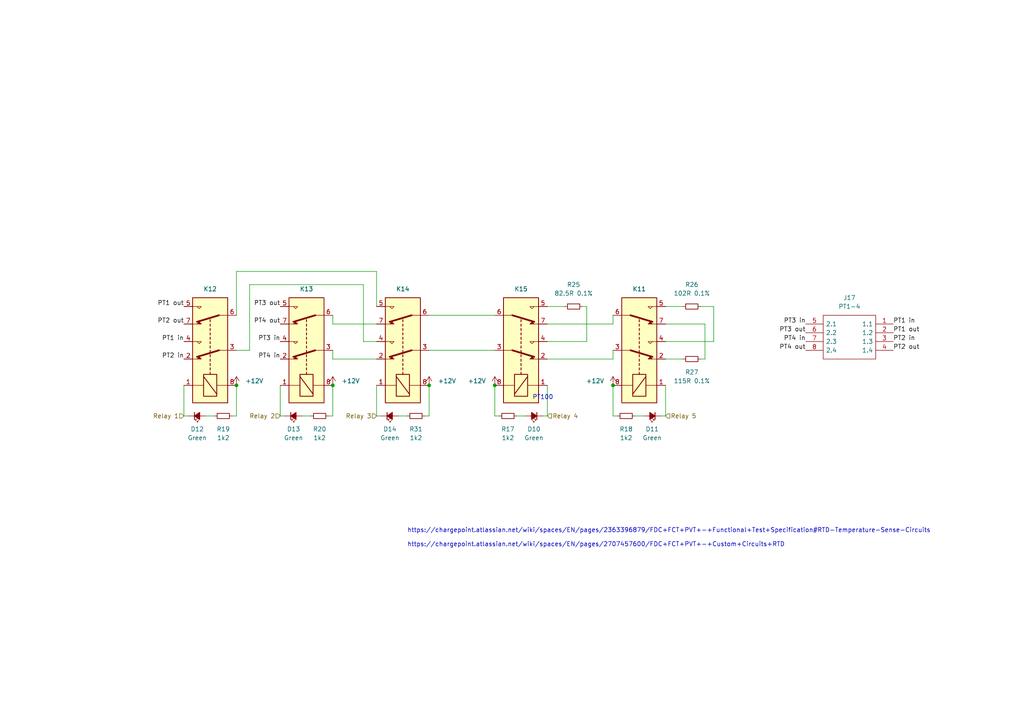
<source format=kicad_sch>
(kicad_sch (version 20211123) (generator eeschema)
  (paper "A4")
  (title_block (title "CIB PCB") (date "2022-05-27") (company "ChargePoint, Inc"))
  (lib_symbols
    (symbol "Component Search Engine:Pluggable Terminal Blocks SDDC 1,5{slash} 4-PV-3,5" (pin_names (offset 0.762))
      (property "Reference" "J" (at 21.59 7.62 0))
      (property "Value" "Pluggable Terminal Blocks SDDC 1,5{slash} 4-PV-3,5" (at 21.59 5.08 0))
      (symbol "Pluggable Terminal Blocks SDDC 1,5{slash} 4-PV-3,5_0_0"
        (pin passive line (at 25.4 0 180) (length 5.08) (name "1.1") (number "1"))
        (pin passive line (at 25.4 -2.54 180) (length 5.08) (name "1.2") (number "2"))
        (pin passive line (at 25.4 -5.08 180) (length 5.08) (name "1.3") (number "3"))
        (pin passive line (at 25.4 -7.62 180) (length 5.08) (name "1.4") (number "4"))
        (pin passive line (at 0 0 0) (length 5.08) (name "2.1") (number "5"))
        (pin passive line (at 0 -2.54 0) (length 5.08) (name "2.2") (number "6"))
        (pin passive line (at 0 -5.08 0) (length 5.08) (name "2.3") (number "7"))
        (pin passive line (at 0 -7.62 0) (length 5.08) (name "2.4") (number "8"))
      )
      (symbol "Pluggable Terminal Blocks SDDC 1,5{slash} 4-PV-3,5_0_1"
        (polyline (pts (xy 5.08 2.54) (xy 20.32 2.54) (xy 20.32 -10.16) (xy 5.08 -10.16) (xy 5.08 2.54)) (stroke (width 0.1524)))
      )
    )
    (symbol "Device:LED_Small_Filled" (pin_numbers hide) (pin_names (offset 0.254) hide)
      (property "Reference" "D" (at -1.27 3.175 0))
      (property "Value" "LED_Small_Filled" (at -4.445 -2.54 0))
      (symbol "LED_Small_Filled_0_1"
        (polyline (pts (xy -0.762 -1.016) (xy -0.762 1.016)) (stroke (width 0.254)))
        (polyline (pts (xy 1.016 0) (xy -0.762 0)))
        (polyline (pts (xy 0.762 -1.016) (xy -0.762 0) (xy 0.762 1.016) (xy 0.762 -1.016)) (stroke (width 0.254)) (fill (type outline)))
        (polyline (pts (xy 0 0.762) (xy -0.508 1.27) (xy -0.254 1.27) (xy -0.508 1.27) (xy -0.508 1.016)))
        (polyline (pts (xy 0.508 1.27) (xy 0 1.778) (xy 0.254 1.778) (xy 0 1.778) (xy 0 1.524)))
      )
      (symbol "LED_Small_Filled_1_1"
        (pin passive line (at -2.54 0 0) (length 1.778) (name "K") (number "1"))
        (pin passive line (at 2.54 0 180) (length 1.778) (name "A") (number "2"))
      )
    )
    (symbol "Device:R_Small" (pin_numbers hide) (pin_names (offset 0.254) hide)
      (property "Reference" "R" (at 0.762 0.508 0))
      (property "Value" "R_Small" (at 0.762 -1.016 0))
      (symbol "R_Small_0_1"
        (rectangle (start -0.762 1.778) (end 0.762 -1.778) (stroke (width 0.2032)))
      )
      (symbol "R_Small_1_1"
        (pin passive line (at 0 2.54 270) (length 0.762) (name "~") (number "1"))
        (pin passive line (at 0 -2.54 90) (length 0.762) (name "~") (number "2"))
      )
    )
    (symbol "Relay:G2RL-2-DC24"
      (property "Reference" "RL" (at 16.51 3.81 0))
      (property "Value" "G2RL-2-DC24" (at 16.51 1.27 0))
      (symbol "G2RL-2-DC24_0_1"
        (rectangle (start -15.24 5.08) (end 15.24 -5.08) (stroke (width 0.254)) (fill (type background)))
        (rectangle (start -13.335 1.905) (end -6.985 -1.905) (stroke (width 0.254)))
        (polyline (pts (xy -12.7 -1.905) (xy -7.62 1.905)) (stroke (width 0.254)))
        (polyline (pts (xy -10.16 -5.08) (xy -10.16 -1.905)))
        (polyline (pts (xy -10.16 5.08) (xy -10.16 1.905)))
        (polyline (pts (xy -6.985 0) (xy -6.35 0)) (stroke (width 0.254)))
        (polyline (pts (xy -5.715 0) (xy -5.08 0)) (stroke (width 0.254)))
        (polyline (pts (xy -4.445 0) (xy -3.81 0)) (stroke (width 0.254)))
        (polyline (pts (xy -3.175 0) (xy -2.54 0)) (stroke (width 0.254)))
        (polyline (pts (xy -1.905 0) (xy -1.27 0)) (stroke (width 0.254)))
        (polyline (pts (xy -0.635 0) (xy 0 0)) (stroke (width 0.254)))
        (polyline (pts (xy 0 -2.54) (xy -1.905 3.81)) (stroke (width 0.508)))
        (polyline (pts (xy 0 -2.54) (xy 0 -5.08)))
        (polyline (pts (xy 0.635 0) (xy 1.27 0)) (stroke (width 0.254)))
        (polyline (pts (xy 1.905 0) (xy 2.54 0)) (stroke (width 0.254)))
        (polyline (pts (xy 3.175 0) (xy 3.81 0)) (stroke (width 0.254)))
        (polyline (pts (xy 4.445 0) (xy 5.08 0)) (stroke (width 0.254)))
        (polyline (pts (xy 5.715 0) (xy 6.35 0)) (stroke (width 0.254)))
        (polyline (pts (xy 6.985 0) (xy 7.62 0)) (stroke (width 0.254)))
        (polyline (pts (xy 8.255 0) (xy 8.89 0)) (stroke (width 0.254)))
        (polyline (pts (xy 10.16 -2.54) (xy 8.255 3.81)) (stroke (width 0.508)))
        (polyline (pts (xy 10.16 -2.54) (xy 10.16 -5.08)))
        (polyline (pts (xy -2.54 5.08) (xy -2.54 2.54) (xy -1.905 3.175) (xy -2.54 3.81)) (fill (type outline)))
        (polyline (pts (xy 2.54 5.08) (xy 2.54 2.54) (xy 1.905 3.175) (xy 2.54 3.81)))
        (polyline (pts (xy 7.62 5.08) (xy 7.62 2.54) (xy 8.255 3.175) (xy 7.62 3.81)) (fill (type outline)))
        (polyline (pts (xy 12.7 5.08) (xy 12.7 2.54) (xy 12.065 3.175) (xy 12.7 3.81)))
      )
      (symbol "G2RL-2-DC24_1_1"
        (pin passive line (at -10.16 7.62 270) (length 2.54) (name "~") (number "1"))
        (pin passive line (at -2.54 7.62 270) (length 2.54) (name "~") (number "2"))
        (pin passive line (at 0 -7.62 90) (length 2.54) (name "~") (number "3"))
        (pin passive line (at 2.54 7.62 270) (length 2.54) (name "~") (number "4"))
        (pin passive line (at 12.7 7.62 270) (length 2.54) (name "~") (number "5"))
        (pin passive line (at 10.16 -7.62 90) (length 2.54) (name "~") (number "6"))
        (pin passive line (at 7.62 7.62 270) (length 2.54) (name "~") (number "7"))
        (pin passive line (at -10.16 -7.62 90) (length 2.54) (name "~") (number "8"))
      )
    )
    (symbol "power:+12V" (power) (pin_names (offset 0))
      (property "Value" "+12V" (at 0 3.556 0))
      (symbol "+12V_0_1"
        (polyline (pts (xy -0.762 1.27) (xy 0 2.54)))
        (polyline (pts (xy 0 0) (xy 0 2.54)))
        (polyline (pts (xy 0 2.54) (xy 0.762 1.27)))
      )
      (symbol "+12V_1_1"
        (pin power_in line (at 0 0 90) (length 0) hide (name "+12V") (number "1"))
      )
    )
  )
  (junction (at 177.8 111.76))
  (junction (at 143.51 111.76))
  (junction (at 96.52 111.76))
  (junction (at 124.46 111.76))
  (junction (at 68.58 111.76))
  (wire (pts (xy 72.39 101.6) (xy 72.39 82.55)))
  (wire (pts (xy 96.52 91.44) (xy 96.52 93.98)))
  (wire (pts (xy 193.04 120.65) (xy 191.77 120.65)))
  (wire (pts (xy 95.25 120.65) (xy 96.52 120.65)))
  (wire (pts (xy 96.52 104.14) (xy 109.22 104.14)))
  (wire (pts (xy 144.78 120.65) (xy 143.51 120.65)))
  (wire (pts (xy 81.28 120.65) (xy 82.55 120.65)))
  (wire (pts (xy 109.22 111.76) (xy 109.22 120.65)))
  (wire (pts (xy 68.58 101.6) (xy 72.39 101.6)))
  (wire (pts (xy 109.22 120.65) (xy 110.49 120.65)))
  (wire (pts (xy 124.46 101.6) (xy 143.51 101.6)))
  (wire (pts (xy 109.22 78.74) (xy 109.22 88.9)))
  (wire (pts (xy 96.52 101.6) (xy 96.52 104.14)))
  (wire (pts (xy 179.07 120.65) (xy 177.8 120.65)))
  (wire (pts (xy 90.17 120.65) (xy 87.63 120.65)))
  (wire (pts (xy 204.47 93.98) (xy 204.47 104.14)))
  (wire (pts (xy 158.75 93.98) (xy 177.8 93.98)))
  (wire (pts (xy 67.31 120.65) (xy 68.58 120.65)))
  (wire (pts (xy 149.86 120.65) (xy 152.4 120.65)))
  (wire (pts (xy 124.46 91.44) (xy 143.51 91.44)))
  (wire (pts (xy 118.11 120.65) (xy 115.57 120.65)))
  (wire (pts (xy 143.51 120.65) (xy 143.51 111.76)))
  (wire (pts (xy 177.8 91.44) (xy 177.8 93.98)))
  (wire (pts (xy 68.58 91.44) (xy 68.58 78.74)))
  (wire (pts (xy 53.34 120.65) (xy 54.61 120.65)))
  (wire (pts (xy 62.23 120.65) (xy 59.69 120.65)))
  (wire (pts (xy 170.18 99.06) (xy 170.18 88.9)))
  (wire (pts (xy 158.75 88.9) (xy 163.83 88.9)))
  (wire (pts (xy 170.18 88.9) (xy 168.91 88.9)))
  (wire (pts (xy 68.58 120.65) (xy 68.58 111.76)))
  (wire (pts (xy 193.04 88.9) (xy 198.12 88.9)))
  (wire (pts (xy 124.46 120.65) (xy 124.46 111.76)))
  (wire (pts (xy 81.28 111.76) (xy 81.28 120.65)))
  (wire (pts (xy 177.8 120.65) (xy 177.8 111.76)))
  (wire (pts (xy 105.41 82.55) (xy 105.41 99.06)))
  (wire (pts (xy 158.75 99.06) (xy 170.18 99.06)))
  (wire (pts (xy 203.2 104.14) (xy 204.47 104.14)))
  (wire (pts (xy 184.15 120.65) (xy 186.69 120.65)))
  (wire (pts (xy 193.04 93.98) (xy 204.47 93.98)))
  (wire (pts (xy 105.41 99.06) (xy 109.22 99.06)))
  (wire (pts (xy 96.52 93.98) (xy 109.22 93.98)))
  (wire (pts (xy 68.58 78.74) (xy 109.22 78.74)))
  (wire (pts (xy 177.8 101.6) (xy 177.8 104.14)))
  (wire (pts (xy 96.52 120.65) (xy 96.52 111.76)))
  (wire (pts (xy 53.34 111.76) (xy 53.34 120.65)))
  (wire (pts (xy 193.04 111.76) (xy 193.04 120.65)))
  (wire (pts (xy 203.2 88.9) (xy 207.01 88.9)))
  (wire (pts (xy 207.01 88.9) (xy 207.01 99.06)))
  (wire (pts (xy 158.75 120.65) (xy 157.48 120.65)))
  (wire (pts (xy 193.04 104.14) (xy 198.12 104.14)))
  (wire (pts (xy 158.75 104.14) (xy 177.8 104.14)))
  (wire (pts (xy 72.39 82.55) (xy 105.41 82.55)))
  (wire (pts (xy 158.75 111.76) (xy 158.75 120.65)))
  (wire (pts (xy 123.19 120.65) (xy 124.46 120.65)))
  (wire (pts (xy 193.04 99.06) (xy 207.01 99.06)))
  (text "PT100" (at 154.432 116.078 0) (effects (font (size 1.27 1.27)) (justify left bottom)))
  (text "https://chargepoint.atlassian.net/wiki/spaces/EN/pages/2363396879/FDC+FCT+PVT+-+Functional+Test+Specification#RTD-Temperature-Sense-Circuits\n\nhttps://chargepoint.atlassian.net/wiki/spaces/EN/pages/2707457600/FDC+FCT+PVT+-+Custom+Circuits+RTD" (at 118.11 158.75 0) (effects (font (size 1.27 1.27)) (justify left bottom)))
  (label "PT1 in" (at 259.08 93.98 0))
  (label "PT2 out" (at 53.34 93.98 180))
  (label "PT3 in" (at 81.28 99.06 180))
  (label "PT4 out" (at 233.68 101.6 180))
  (label "PT2 in" (at 259.08 99.06 0))
  (label "PT1 out" (at 53.34 88.9 180))
  (label "PT2 in" (at 53.34 104.14 180))
  (label "PT1 in" (at 53.34 99.06 180))
  (label "PT1 out" (at 259.08 96.52 0))
  (label "PT3 out" (at 233.68 96.52 180))
  (label "PT3 in" (at 233.68 93.98 180))
  (label "PT3 out" (at 81.28 88.9 180))
  (label "PT4 out" (at 81.28 93.98 180))
  (label "PT4 in" (at 81.28 104.14 180))
  (label "PT2 out" (at 259.08 101.6 0))
  (label "PT4 in" (at 233.68 99.06 180))
  (hierarchical_label "Relay 2" (shape input) (at 81.28 120.65 180))
  (hierarchical_label "Relay 3" (shape input) (at 109.22 120.65 180))
  (hierarchical_label "Relay 4" (shape input) (at 158.75 120.65 0))
  (hierarchical_label "Relay 1" (shape input) (at 53.34 120.65 180))
  (hierarchical_label "Relay 5" (shape input) (at 193.04 120.65 0))
  (symbol (lib_id "Device:R_Small") (at 92.71 120.65 270) (mirror x) (unit 1)
    (property "Reference" "R20" (at 92.71 124.46 90))
    (property "Value" "1k2" (at 92.71 127 90))
    (property "Footprint" "Resistor_SMD:R_1206_3216Metric_Pad1.30x1.75mm_HandSolder" (effects hide))
    (property "Datasheet" "https://industrial.panasonic.com/ww/products/pt/general-purpose-chip-resistors/models/ERJ6GEYJ681V" (effects hide))
    (property "Manufacturer" "Panasonic Electronics Company" (effects hide))
  )
  (symbol (lib_id "Device:R_Small") (at 147.32 120.65 90) (unit 1)
    (property "Reference" "R17" (at 147.32 124.46 90))
    (property "Value" "1k2" (at 147.32 127 90))
    (property "Footprint" "Resistor_SMD:R_1206_3216Metric_Pad1.30x1.75mm_HandSolder" (effects hide))
    (property "Datasheet" "https://industrial.panasonic.com/ww/products/pt/general-purpose-chip-resistors/models/ERJ6GEYJ681V" (effects hide))
    (property "Manufacturer" "Panasonic Electronics Company" (effects hide))
  )
  (symbol (lib_id "Relay:G2RL-2-DC24") (at 185.42 101.6 270) (mirror x) (unit 1)
    (property "Reference" "K11" (at 185.42 83.82 90))
    (property "Footprint" "Relay_THT:Relay_DPDT_Omron_G6K-2P" (effects hide))
    (property "Datasheet" "https://omronfs.omron.com/en_US/ecb/products/pdf/en-g6k.pdf" (effects hide))
    (property "DigiKey #" "Z117-ND" (effects hide))
    (property "Manufacture" "Omron Electronics Inc-EMC Div" (effects hide))
    (property "Manufacturer #" "G6K-2P DC12" (effects hide))
  )
  (symbol (lib_id "power:+12V") (at 124.46 111.76 0) (mirror y) (unit 1)
    (property "Reference" "#PWR0356" (effects hide))
    (property "Value" "+12V" (at 127 110.4899 0) (effects (justify right)))
  )
  (symbol (lib_id "Device:R_Small") (at 64.77 120.65 270) (mirror x) (unit 1)
    (property "Reference" "R19" (at 64.77 124.46 90))
    (property "Value" "1k2" (at 64.77 127 90))
    (property "Footprint" "Resistor_SMD:R_1206_3216Metric_Pad1.30x1.75mm_HandSolder" (effects hide))
    (property "Datasheet" "https://industrial.panasonic.com/ww/products/pt/general-purpose-chip-resistors/models/ERJ6GEYJ681V" (effects hide))
    (property "Manufacturer" "Panasonic Electronics Company" (effects hide))
  )
  (symbol (lib_id "power:+12V") (at 96.52 111.76 0) (mirror y) (unit 1)
    (property "Reference" "#PWR0355" (effects hide))
    (property "Value" "+12V" (at 99.06 110.4899 0) (effects (justify right)))
  )
  (symbol (lib_id "Component Search Engine:Pluggable Terminal Blocks SDDC 1,5{slash} 4-PV-3,5") (at 233.68 93.98 0) (unit 1)
    (property "Reference" "J17" (at 246.38 86.36 0))
    (property "Value" "PT1-4" (at 246.38 88.9 0))
    (property "Footprint" "Component Search Engine:Pluggable Terminal Blocks SDDC 1,5 4-PV-3,5" (effects hide))
    (property "Datasheet" "https://datasheet.datasheetarchive.com/originals/distributors/DKDS-4/71064.pdf" (effects hide))
    (property "Description" "Pluggable Terminal Blocks SDDC 1,5/ 4-PV-3,5" (effects hide))
    (property "Height" "16" (effects hide))
    (property "Mouser Part Number" "651-1848668" (effects hide))
    (property "Mouser Price/Stock" "https://www.mouser.co.uk/ProductDetail/Phoenix-Contact/1848668?qs=0kYgdqhPduG1OA00GBngvA%3D%3D" (effects hide))
    (property "Arrow Part Number" "1848668" (effects hide))
    (property "Arrow Price/Stock" "https://www.arrow.com/en/products/1848668/phoenix-contact?region=nac" (effects hide))
    (property "Manufacturer" "Phoenix Contact" (effects hide))
    (property "Manufacturer #" "1848668" (effects hide))
  )
  (symbol (lib_id "power:+12V") (at 177.8 111.76 0) (unit 1)
    (property "Reference" "#PWR0357" (effects hide))
    (property "Value" "+12V" (at 175.26 110.4899 0) (effects (justify right)))
  )
  (symbol (lib_id "Relay:G2RL-2-DC24") (at 88.9 101.6 90) (unit 1)
    (property "Reference" "K13" (at 88.9 83.82 90))
    (property "Footprint" "Relay_THT:Relay_DPDT_Omron_G6K-2P" (effects hide))
    (property "Datasheet" "https://omronfs.omron.com/en_US/ecb/products/pdf/en-g6k.pdf" (effects hide))
    (property "DigiKey #" "Z117-ND" (effects hide))
    (property "Manufacture" "Omron Electronics Inc-EMC Div" (effects hide))
    (property "Manufacturer #" "G6K-2P DC12" (effects hide))
  )
  (symbol (lib_id "Device:LED_Small_Filled") (at 189.23 120.65 180) (unit 1)
    (property "Reference" "D11" (at 189.1665 124.46 0))
    (property "Value" "Green" (at 189.1665 127 0))
    (property "Footprint" "Diode_SMD:D_1206_3216Metric_Pad1.42x1.75mm_HandSolder" (effects hide))
    (property "Datasheet" "https://www.we-online.com/katalog/datasheet/150080VS75000.pdf" (effects hide))
    (property "DigiKey #" "732-4993-1-ND" (effects hide))
    (property "Manufacturer #" "150120VS75000" (effects hide))
    (property "Manufacturer" "Würth Elektronik" (effects hide))
    (property "RS #" "8154237P" (effects hide))
    (property "Description" "Green 570nm LED Indication - Discrete 2V 1206 (3216 Metric)" (effects hide))
  )
  (symbol (lib_id "Device:LED_Small_Filled") (at 57.15 120.65 0) (mirror x) (unit 1)
    (property "Reference" "D12" (at 57.2135 124.46 0))
    (property "Value" "Green" (at 57.2135 127 0))
    (property "Footprint" "Diode_SMD:D_1206_3216Metric_Pad1.42x1.75mm_HandSolder" (effects hide))
    (property "Datasheet" "https://www.we-online.com/katalog/datasheet/150080VS75000.pdf" (effects hide))
    (property "DigiKey #" "732-4993-1-ND" (effects hide))
    (property "Manufacturer #" "150120VS75000" (effects hide))
    (property "Manufacturer" "Würth Elektronik" (effects hide))
    (property "RS #" "8154237P" (effects hide))
    (property "Description" "Green 570nm LED Indication - Discrete 2V 1206 (3216 Metric)" (effects hide))
  )
  (symbol (lib_id "Relay:G2RL-2-DC24") (at 116.84 101.6 90) (unit 1)
    (property "Reference" "K14" (at 116.84 83.82 90))
    (property "Footprint" "Relay_THT:Relay_DPDT_Omron_G6K-2P" (effects hide))
    (property "Datasheet" "https://omronfs.omron.com/en_US/ecb/products/pdf/en-g6k.pdf" (effects hide))
    (property "DigiKey #" "Z117-ND" (effects hide))
    (property "Manufacture" "Omron Electronics Inc-EMC Div" (effects hide))
    (property "Manufacturer #" "G6K-2P DC12" (effects hide))
  )
  (symbol (lib_id "Relay:G2RL-2-DC24") (at 151.13 101.6 270) (mirror x) (unit 1)
    (property "Reference" "K15" (at 151.13 83.82 90))
    (property "Footprint" "Relay_THT:Relay_DPDT_Omron_G6K-2P" (effects hide))
    (property "Datasheet" "https://omronfs.omron.com/en_US/ecb/products/pdf/en-g6k.pdf" (effects hide))
    (property "DigiKey #" "Z117-ND" (effects hide))
    (property "Manufacture" "Omron Electronics Inc-EMC Div" (effects hide))
    (property "Manufacturer #" "G6K-2P DC12" (effects hide))
  )
  (symbol (lib_id "Device:R_Small") (at 120.65 120.65 270) (mirror x) (unit 1)
    (property "Reference" "R31" (at 120.65 124.46 90))
    (property "Value" "1k2" (at 120.65 127 90))
    (property "Footprint" "Resistor_SMD:R_1206_3216Metric_Pad1.30x1.75mm_HandSolder" (effects hide))
    (property "Datasheet" "https://industrial.panasonic.com/ww/products/pt/general-purpose-chip-resistors/models/ERJ6GEYJ681V" (effects hide))
    (property "Manufacturer" "Panasonic Electronics Company" (effects hide))
  )
  (symbol (lib_id "Device:R_Small") (at 200.66 88.9 90) (unit 1)
    (property "Reference" "R26" (at 200.66 82.55 90))
    (property "Value" "102R 0.1%" (at 200.66 85.09 90))
    (property "Footprint" "Resistor_SMD:R_1206_3216Metric_Pad1.30x1.75mm_HandSolder" (effects hide))
    (property "Datasheet" "https://industrial.panasonic.com/cdbs/www-data/pdf/RDM0000/AOA0000C307.pdf" (effects hide))
    (property "DigiKey #" "P102BCCT-ND" (effects hide))
    (property "Manufacturer #" "ERA-8AEB1020V" (effects hide))
    (property "Manufacturer" "Panasonic Electronics Company" (effects hide))
    (property "Farnell #" "3269900" (effects hide))
    (property "Mouser Part Number" "667-ERA-8AEB1020V" (effects hide))
  )
  (symbol (lib_id "Device:LED_Small_Filled") (at 154.94 120.65 180) (unit 1)
    (property "Reference" "D10" (at 154.8765 124.46 0))
    (property "Value" "Green" (at 154.8765 127 0))
    (property "Footprint" "Diode_SMD:D_1206_3216Metric_Pad1.42x1.75mm_HandSolder" (effects hide))
    (property "Datasheet" "https://www.we-online.com/katalog/datasheet/150080VS75000.pdf" (effects hide))
    (property "DigiKey #" "732-4993-1-ND" (effects hide))
    (property "Manufacturer #" "150120VS75000" (effects hide))
    (property "Manufacturer" "Würth Elektronik" (effects hide))
    (property "RS #" "8154237P" (effects hide))
    (property "Description" "Green 570nm LED Indication - Discrete 2V 1206 (3216 Metric)" (effects hide))
  )
  (symbol (lib_id "power:+12V") (at 68.58 111.76 0) (mirror y) (unit 1)
    (property "Reference" "#PWR0354" (effects hide))
    (property "Value" "+12V" (at 71.12 110.4899 0) (effects (justify right)))
  )
  (symbol (lib_id "Device:LED_Small_Filled") (at 85.09 120.65 0) (mirror x) (unit 1)
    (property "Reference" "D13" (at 85.1535 124.46 0))
    (property "Value" "Green" (at 85.1535 127 0))
    (property "Footprint" "Diode_SMD:D_1206_3216Metric_Pad1.42x1.75mm_HandSolder" (effects hide))
    (property "Datasheet" "https://www.we-online.com/katalog/datasheet/150080VS75000.pdf" (effects hide))
    (property "DigiKey #" "732-4993-1-ND" (effects hide))
    (property "Manufacturer #" "150120VS75000" (effects hide))
    (property "Manufacturer" "Würth Elektronik" (effects hide))
    (property "RS #" "8154237P" (effects hide))
    (property "Description" "Green 570nm LED Indication - Discrete 2V 1206 (3216 Metric)" (effects hide))
  )
  (symbol (lib_id "Device:LED_Small_Filled") (at 113.03 120.65 0) (mirror x) (unit 1)
    (property "Reference" "D14" (at 113.0935 124.46 0))
    (property "Value" "Green" (at 113.0935 127 0))
    (property "Footprint" "Diode_SMD:D_1206_3216Metric_Pad1.42x1.75mm_HandSolder" (effects hide))
    (property "Datasheet" "https://www.we-online.com/katalog/datasheet/150080VS75000.pdf" (effects hide))
    (property "DigiKey #" "732-4993-1-ND" (effects hide))
    (property "Manufacturer #" "150120VS75000" (effects hide))
    (property "Manufacturer" "Würth Elektronik" (effects hide))
    (property "RS #" "8154237P" (effects hide))
    (property "Description" "Green 570nm LED Indication - Discrete 2V 1206 (3216 Metric)" (effects hide))
  )
  (symbol (lib_id "Device:R_Small") (at 181.61 120.65 90) (unit 1)
    (property "Reference" "R18" (at 181.61 124.46 90))
    (property "Value" "1k2" (at 181.61 127 90))
    (property "Footprint" "Resistor_SMD:R_1206_3216Metric_Pad1.30x1.75mm_HandSolder" (effects hide))
    (property "Datasheet" "https://industrial.panasonic.com/ww/products/pt/general-purpose-chip-resistors/models/ERJ6GEYJ681V" (effects hide))
    (property "Manufacturer" "Panasonic Electronics Company" (effects hide))
  )
  (symbol (lib_id "Device:R_Small") (at 166.37 88.9 90) (unit 1)
    (property "Reference" "R25" (at 166.37 82.55 90))
    (property "Value" "82.5R 0.1%" (at 166.37 85.09 90))
    (property "Footprint" "Resistor_SMD:R_1206_3216Metric_Pad1.30x1.75mm_HandSolder" (effects hide))
    (property "Datasheet" "https://industrial.panasonic.com/cdbs/www-data/pdf/RDM0000/AOA0000C307.pdf" (effects hide))
    (property "DigiKey #" "P82.5BCCT-ND" (effects hide))
    (property "Manufacturer #" "ERA-8AEB82R5V" (effects hide))
    (property "Manufacturer" "Panasonic Electronics Company" (effects hide))
    (property "Farnell #" "3270121" (effects hide))
  )
  (symbol (lib_id "Device:R_Small") (at 200.66 104.14 90) (unit 1)
    (property "Reference" "R27" (at 200.66 107.95 90))
    (property "Value" "115R 0.1%" (at 200.66 110.49 90))
    (property "Footprint" "Resistor_SMD:R_1206_3216Metric_Pad1.30x1.75mm_HandSolder" (effects hide))
    (property "Datasheet" "https://industrial.panasonic.com/cdbs/www-data/pdf/RDM0000/AOA0000C307.pdf" (effects hide))
    (property "DigiKey #" "P115BCCT-ND" (effects hide))
    (property "Manufacturer #" "ERA-8AEB1150V" (effects hide))
    (property "Manufacturer" "Panasonic Electronics Company" (effects hide))
    (property "Farnell #" "3269906" (effects hide))
    (property "Mouser Part Number" "667-ERA-8AEB1150V" (effects hide))
  )
  (symbol (lib_id "Relay:G2RL-2-DC24") (at 60.96 101.6 90) (unit 1)
    (property "Reference" "K12" (at 60.96 83.82 90))
    (property "Footprint" "Relay_THT:Relay_DPDT_Omron_G6K-2P" (effects hide))
    (property "Datasheet" "https://omronfs.omron.com/en_US/ecb/products/pdf/en-g6k.pdf" (effects hide))
    (property "DigiKey #" "Z117-ND" (effects hide))
    (property "Manufacture" "Omron Electronics Inc-EMC Div" (effects hide))
    (property "Manufacturer #" "G6K-2P DC12" (effects hide))
  )
  (symbol (lib_id "power:+12V") (at 143.51 111.76 0) (mirror y) (unit 1)
    (property "Reference" "#PWR0399" (effects hide))
    (property "Value" "+12V" (at 140.97 110.4899 0) (effects (justify left)))
  )
)
</source>
